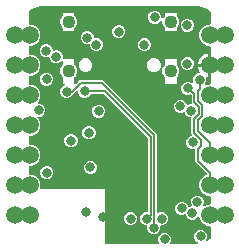
<source format=gbr>
G04 EAGLE Gerber RS-274X export*
G75*
%MOMM*%
%FSLAX34Y34*%
%LPD*%
%INCopper Layer 2*%
%IPPOS*%
%AMOC8*
5,1,8,0,0,1.08239X$1,22.5*%
G01*
%ADD10C,1.108000*%
%ADD11C,1.508000*%
%ADD12C,0.800100*%
%ADD13C,0.152400*%

G36*
X121556Y3056D02*
X121556Y3056D01*
X121602Y3054D01*
X121677Y3076D01*
X121753Y3089D01*
X121794Y3110D01*
X121838Y3123D01*
X121902Y3167D01*
X121971Y3204D01*
X122002Y3237D01*
X122040Y3263D01*
X122087Y3325D01*
X122140Y3382D01*
X122160Y3424D01*
X122187Y3460D01*
X122211Y3534D01*
X122244Y3605D01*
X122249Y3651D01*
X122263Y3694D01*
X122262Y3772D01*
X122271Y3849D01*
X122261Y3894D01*
X122261Y3940D01*
X122223Y4072D01*
X122219Y4090D01*
X122216Y4094D01*
X122214Y4101D01*
X121475Y5886D01*
X121475Y8084D01*
X122316Y10115D01*
X123870Y11669D01*
X125901Y12510D01*
X128099Y12510D01*
X130130Y11669D01*
X131684Y10115D01*
X132525Y8084D01*
X132525Y5886D01*
X131786Y4101D01*
X131775Y4057D01*
X131756Y4015D01*
X131748Y3938D01*
X131730Y3862D01*
X131734Y3816D01*
X131729Y3771D01*
X131746Y3694D01*
X131753Y3617D01*
X131772Y3575D01*
X131781Y3530D01*
X131821Y3463D01*
X131853Y3392D01*
X131884Y3358D01*
X131908Y3319D01*
X131967Y3269D01*
X132019Y3211D01*
X132060Y3189D01*
X132094Y3159D01*
X132167Y3130D01*
X132235Y3093D01*
X132280Y3084D01*
X132323Y3067D01*
X132459Y3052D01*
X132477Y3049D01*
X132482Y3050D01*
X132489Y3049D01*
X154850Y3049D01*
X154946Y3064D01*
X155043Y3074D01*
X155067Y3084D01*
X155093Y3089D01*
X155179Y3134D01*
X155268Y3174D01*
X155287Y3191D01*
X155310Y3204D01*
X155377Y3274D01*
X155449Y3340D01*
X155461Y3363D01*
X155479Y3382D01*
X155520Y3470D01*
X155567Y3556D01*
X155572Y3581D01*
X155583Y3605D01*
X155594Y3702D01*
X155611Y3798D01*
X155607Y3824D01*
X155610Y3849D01*
X155589Y3945D01*
X155575Y4041D01*
X155563Y4064D01*
X155558Y4090D01*
X155508Y4173D01*
X155464Y4260D01*
X155445Y4279D01*
X155432Y4301D01*
X155358Y4364D01*
X155288Y4432D01*
X155260Y4448D01*
X155245Y4461D01*
X155214Y4473D01*
X155141Y4513D01*
X154350Y4841D01*
X152796Y6395D01*
X151955Y8426D01*
X151955Y10624D01*
X152796Y12655D01*
X154350Y14209D01*
X156381Y15050D01*
X158579Y15050D01*
X160610Y14209D01*
X162164Y12655D01*
X163005Y10624D01*
X163005Y8426D01*
X162118Y6285D01*
X162110Y6248D01*
X162093Y6213D01*
X162082Y6129D01*
X162062Y6045D01*
X162066Y6007D01*
X162061Y5970D01*
X162077Y5886D01*
X162085Y5800D01*
X162101Y5765D01*
X162108Y5728D01*
X162150Y5654D01*
X162185Y5576D01*
X162211Y5548D01*
X162230Y5515D01*
X162294Y5458D01*
X162352Y5394D01*
X162385Y5376D01*
X162413Y5351D01*
X162492Y5317D01*
X162567Y5276D01*
X162605Y5269D01*
X162639Y5254D01*
X162725Y5247D01*
X162809Y5232D01*
X162847Y5238D01*
X162885Y5235D01*
X162968Y5255D01*
X163053Y5268D01*
X163086Y5285D01*
X163123Y5294D01*
X163269Y5377D01*
X165547Y7033D01*
X165567Y7053D01*
X165591Y7067D01*
X165653Y7140D01*
X165720Y7208D01*
X165733Y7233D01*
X165751Y7254D01*
X165787Y7343D01*
X165829Y7429D01*
X165832Y7456D01*
X165843Y7482D01*
X165861Y7649D01*
X165861Y17479D01*
X165858Y17499D01*
X165860Y17518D01*
X165838Y17619D01*
X165822Y17722D01*
X165812Y17739D01*
X165808Y17759D01*
X165755Y17848D01*
X165706Y17939D01*
X165692Y17953D01*
X165682Y17970D01*
X165603Y18037D01*
X165528Y18109D01*
X165510Y18117D01*
X165495Y18130D01*
X165399Y18169D01*
X165305Y18212D01*
X165285Y18214D01*
X165267Y18222D01*
X165100Y18240D01*
X163297Y18240D01*
X159965Y19620D01*
X157415Y22170D01*
X156051Y25464D01*
X156027Y25503D01*
X156011Y25546D01*
X155963Y25606D01*
X155921Y25673D01*
X155886Y25702D01*
X155857Y25738D01*
X155792Y25780D01*
X155732Y25830D01*
X155689Y25846D01*
X155651Y25871D01*
X155575Y25890D01*
X155502Y25918D01*
X155457Y25920D01*
X155412Y25931D01*
X155334Y25925D01*
X155257Y25928D01*
X155212Y25915D01*
X155167Y25912D01*
X155095Y25881D01*
X155020Y25860D01*
X154983Y25833D01*
X154940Y25815D01*
X154834Y25730D01*
X154818Y25719D01*
X154815Y25715D01*
X154810Y25711D01*
X153557Y24458D01*
X151526Y23617D01*
X149328Y23617D01*
X147297Y24458D01*
X145743Y26012D01*
X144990Y27829D01*
X144980Y27846D01*
X144974Y27866D01*
X144915Y27951D01*
X144861Y28038D01*
X144845Y28051D01*
X144834Y28068D01*
X144751Y28129D01*
X144671Y28195D01*
X144653Y28202D01*
X144637Y28214D01*
X144538Y28246D01*
X144442Y28283D01*
X144422Y28284D01*
X144403Y28291D01*
X144299Y28290D01*
X144196Y28294D01*
X144177Y28288D01*
X144157Y28288D01*
X143996Y28241D01*
X142844Y27764D01*
X140646Y27764D01*
X138615Y28605D01*
X137061Y30160D01*
X136219Y32190D01*
X136219Y34389D01*
X137061Y36419D01*
X138615Y37974D01*
X140646Y38815D01*
X142844Y38815D01*
X144875Y37974D01*
X146429Y36419D01*
X147181Y34602D01*
X147192Y34585D01*
X147198Y34566D01*
X147257Y34481D01*
X147311Y34393D01*
X147326Y34380D01*
X147338Y34364D01*
X147421Y34302D01*
X147501Y34236D01*
X147519Y34229D01*
X147535Y34217D01*
X147634Y34185D01*
X147730Y34148D01*
X147750Y34147D01*
X147769Y34141D01*
X147873Y34142D01*
X147976Y34138D01*
X147995Y34143D01*
X148015Y34143D01*
X148176Y34190D01*
X149365Y34682D01*
X149382Y34693D01*
X149401Y34699D01*
X149486Y34758D01*
X149574Y34812D01*
X149587Y34827D01*
X149603Y34839D01*
X149665Y34922D01*
X149731Y35002D01*
X149738Y35020D01*
X149750Y35036D01*
X149782Y35135D01*
X149819Y35231D01*
X149820Y35251D01*
X149826Y35270D01*
X149825Y35374D01*
X149829Y35477D01*
X149824Y35496D01*
X149824Y35516D01*
X149777Y35677D01*
X149097Y37318D01*
X149097Y39516D01*
X149938Y41547D01*
X151492Y43101D01*
X153523Y43942D01*
X155721Y43942D01*
X157752Y43101D01*
X159306Y41547D01*
X160147Y39516D01*
X160147Y37318D01*
X159724Y36297D01*
X159708Y36227D01*
X159682Y36160D01*
X159680Y36108D01*
X159668Y36057D01*
X159675Y35986D01*
X159672Y35914D01*
X159686Y35864D01*
X159691Y35812D01*
X159720Y35747D01*
X159740Y35678D01*
X159770Y35635D01*
X159791Y35587D01*
X159840Y35535D01*
X159881Y35476D01*
X159922Y35445D01*
X159958Y35406D01*
X160020Y35372D01*
X160078Y35329D01*
X160127Y35313D01*
X160173Y35288D01*
X160244Y35275D01*
X160312Y35253D01*
X160364Y35253D01*
X160415Y35244D01*
X160486Y35254D01*
X160558Y35255D01*
X160627Y35275D01*
X160659Y35280D01*
X160679Y35290D01*
X160719Y35302D01*
X163297Y36370D01*
X165100Y36370D01*
X165120Y36373D01*
X165139Y36371D01*
X165241Y36393D01*
X165343Y36409D01*
X165360Y36419D01*
X165380Y36423D01*
X165469Y36476D01*
X165560Y36525D01*
X165574Y36539D01*
X165591Y36549D01*
X165658Y36628D01*
X165730Y36703D01*
X165738Y36721D01*
X165751Y36736D01*
X165790Y36832D01*
X165833Y36926D01*
X165835Y36946D01*
X165843Y36964D01*
X165861Y37131D01*
X165861Y42879D01*
X165858Y42899D01*
X165860Y42918D01*
X165838Y43020D01*
X165822Y43122D01*
X165812Y43139D01*
X165808Y43159D01*
X165755Y43248D01*
X165706Y43339D01*
X165692Y43353D01*
X165682Y43370D01*
X165603Y43437D01*
X165528Y43509D01*
X165510Y43517D01*
X165495Y43530D01*
X165399Y43569D01*
X165305Y43612D01*
X165285Y43614D01*
X165267Y43622D01*
X165100Y43640D01*
X163297Y43640D01*
X159965Y45020D01*
X157415Y47570D01*
X156035Y50902D01*
X156035Y54508D01*
X157415Y57840D01*
X159965Y60390D01*
X162343Y61375D01*
X162443Y61437D01*
X162543Y61496D01*
X162547Y61501D01*
X162552Y61504D01*
X162627Y61595D01*
X162703Y61683D01*
X162705Y61689D01*
X162709Y61694D01*
X162751Y61802D01*
X162795Y61911D01*
X162796Y61919D01*
X162797Y61923D01*
X162798Y61942D01*
X162813Y62078D01*
X162813Y62237D01*
X162799Y62328D01*
X162791Y62418D01*
X162779Y62448D01*
X162774Y62480D01*
X162731Y62561D01*
X162695Y62645D01*
X162669Y62677D01*
X162658Y62698D01*
X162635Y62720D01*
X162590Y62776D01*
X152987Y72379D01*
X152987Y83014D01*
X152980Y83059D01*
X152982Y83105D01*
X152960Y83180D01*
X152948Y83257D01*
X152926Y83297D01*
X152913Y83341D01*
X152869Y83405D01*
X152832Y83474D01*
X152799Y83506D01*
X152773Y83543D01*
X152711Y83590D01*
X152654Y83643D01*
X152612Y83663D01*
X152576Y83690D01*
X152502Y83714D01*
X152431Y83747D01*
X152385Y83752D01*
X152342Y83766D01*
X152264Y83766D01*
X152187Y83774D01*
X152142Y83764D01*
X152096Y83764D01*
X151964Y83726D01*
X151946Y83722D01*
X151942Y83719D01*
X151935Y83717D01*
X151721Y83629D01*
X149523Y83629D01*
X147492Y84470D01*
X145938Y86024D01*
X145097Y88055D01*
X145097Y90253D01*
X145938Y92284D01*
X147492Y93838D01*
X149520Y94678D01*
X149559Y94702D01*
X149602Y94718D01*
X149663Y94766D01*
X149729Y94807D01*
X149758Y94843D01*
X149794Y94872D01*
X149836Y94937D01*
X149886Y94997D01*
X149902Y95040D01*
X149927Y95078D01*
X149946Y95154D01*
X149974Y95227D01*
X149976Y95272D01*
X149987Y95317D01*
X149981Y95395D01*
X149984Y95472D01*
X149971Y95516D01*
X149968Y95562D01*
X149937Y95634D01*
X149916Y95709D01*
X149889Y95746D01*
X149871Y95789D01*
X149786Y95895D01*
X149775Y95911D01*
X149771Y95914D01*
X149767Y95919D01*
X149605Y96081D01*
X149605Y109538D01*
X149602Y109557D01*
X149604Y109577D01*
X149582Y109678D01*
X149566Y109780D01*
X149556Y109798D01*
X149552Y109817D01*
X149499Y109906D01*
X149450Y109998D01*
X149436Y110011D01*
X149426Y110028D01*
X149347Y110096D01*
X149272Y110167D01*
X149254Y110175D01*
X149239Y110188D01*
X149143Y110227D01*
X149049Y110271D01*
X149029Y110273D01*
X149011Y110280D01*
X148844Y110299D01*
X148253Y110299D01*
X146222Y111140D01*
X144668Y112694D01*
X143967Y114387D01*
X143956Y114404D01*
X143951Y114423D01*
X143892Y114507D01*
X143837Y114596D01*
X143822Y114608D01*
X143811Y114625D01*
X143728Y114686D01*
X143648Y114752D01*
X143629Y114760D01*
X143613Y114771D01*
X143515Y114804D01*
X143418Y114841D01*
X143398Y114841D01*
X143379Y114848D01*
X143276Y114847D01*
X143172Y114851D01*
X143153Y114845D01*
X143133Y114845D01*
X142972Y114799D01*
X141307Y114109D01*
X139109Y114109D01*
X137078Y114950D01*
X135524Y116504D01*
X134683Y118535D01*
X134683Y120733D01*
X135524Y122764D01*
X137078Y124318D01*
X139109Y125159D01*
X141307Y125159D01*
X143338Y124318D01*
X144892Y122764D01*
X145593Y121071D01*
X145604Y121054D01*
X145609Y121035D01*
X145668Y120951D01*
X145723Y120862D01*
X145738Y120850D01*
X145749Y120833D01*
X145832Y120772D01*
X145912Y120706D01*
X145931Y120698D01*
X145947Y120687D01*
X146045Y120654D01*
X146142Y120617D01*
X146162Y120617D01*
X146181Y120610D01*
X146284Y120611D01*
X146388Y120607D01*
X146407Y120613D01*
X146427Y120613D01*
X146588Y120659D01*
X148253Y121349D01*
X149178Y121349D01*
X149198Y121352D01*
X149217Y121350D01*
X149319Y121372D01*
X149421Y121389D01*
X149438Y121398D01*
X149458Y121403D01*
X149547Y121456D01*
X149638Y121504D01*
X149652Y121518D01*
X149669Y121529D01*
X149736Y121607D01*
X149808Y121682D01*
X149816Y121700D01*
X149829Y121716D01*
X149868Y121812D01*
X149911Y121905D01*
X149913Y121925D01*
X149921Y121944D01*
X149939Y122110D01*
X149939Y128959D01*
X149925Y129050D01*
X149917Y129140D01*
X149905Y129170D01*
X149900Y129202D01*
X149857Y129283D01*
X149821Y129367D01*
X149795Y129399D01*
X149784Y129420D01*
X149761Y129442D01*
X149716Y129498D01*
X149653Y129561D01*
X149558Y129630D01*
X149464Y129699D01*
X149458Y129701D01*
X149453Y129705D01*
X149342Y129739D01*
X149230Y129776D01*
X149224Y129776D01*
X149218Y129777D01*
X149101Y129774D01*
X148984Y129773D01*
X148977Y129771D01*
X148972Y129771D01*
X148954Y129765D01*
X148823Y129727D01*
X147911Y129349D01*
X145713Y129349D01*
X143682Y130190D01*
X142128Y131744D01*
X141287Y133775D01*
X141287Y135973D01*
X142128Y138004D01*
X143682Y139558D01*
X145713Y140399D01*
X147911Y140399D01*
X149942Y139558D01*
X150009Y139491D01*
X150088Y139435D01*
X150163Y139372D01*
X150187Y139363D01*
X150208Y139348D01*
X150301Y139319D01*
X150392Y139284D01*
X150418Y139283D01*
X150443Y139275D01*
X150541Y139278D01*
X150638Y139274D01*
X150663Y139281D01*
X150689Y139282D01*
X150781Y139315D01*
X150874Y139342D01*
X150896Y139357D01*
X150920Y139366D01*
X150996Y139427D01*
X151076Y139483D01*
X151092Y139504D01*
X151112Y139520D01*
X151165Y139602D01*
X151223Y139680D01*
X151231Y139705D01*
X151245Y139727D01*
X151269Y139821D01*
X151299Y139914D01*
X151299Y139940D01*
X151305Y139965D01*
X151298Y140062D01*
X151297Y140160D01*
X151288Y140191D01*
X151286Y140211D01*
X151273Y140241D01*
X151250Y140321D01*
X151070Y140756D01*
X151070Y142954D01*
X151911Y144985D01*
X153465Y146539D01*
X155496Y147380D01*
X156177Y147380D01*
X156189Y147382D01*
X156201Y147380D01*
X156310Y147402D01*
X156420Y147420D01*
X156430Y147425D01*
X156442Y147428D01*
X156539Y147483D01*
X156637Y147535D01*
X156645Y147543D01*
X156656Y147549D01*
X156730Y147633D01*
X156806Y147713D01*
X156811Y147724D01*
X156819Y147733D01*
X156863Y147835D01*
X156910Y147936D01*
X156911Y147948D01*
X156916Y147959D01*
X156925Y148070D01*
X156937Y148181D01*
X156935Y148192D01*
X156935Y148204D01*
X156908Y148312D01*
X156885Y148421D01*
X156879Y148431D01*
X156876Y148443D01*
X156793Y148589D01*
X156478Y149022D01*
X155758Y150435D01*
X155267Y151944D01*
X155135Y152782D01*
X163577Y152782D01*
X163577Y144340D01*
X162746Y144471D01*
X162641Y144471D01*
X162536Y144475D01*
X162519Y144470D01*
X162500Y144470D01*
X162401Y144436D01*
X162300Y144407D01*
X162285Y144396D01*
X162268Y144390D01*
X162184Y144326D01*
X162098Y144266D01*
X162087Y144252D01*
X162072Y144241D01*
X162014Y144153D01*
X161951Y144069D01*
X161945Y144052D01*
X161935Y144037D01*
X161907Y143935D01*
X161875Y143835D01*
X161875Y143817D01*
X161870Y143799D01*
X161876Y143694D01*
X161877Y143589D01*
X161883Y143568D01*
X161884Y143554D01*
X161896Y143525D01*
X161924Y143428D01*
X162120Y142954D01*
X162120Y140756D01*
X161279Y138725D01*
X161269Y138715D01*
X161213Y138636D01*
X161151Y138561D01*
X161141Y138537D01*
X161126Y138515D01*
X161097Y138422D01*
X161062Y138331D01*
X161061Y138305D01*
X161054Y138280D01*
X161056Y138183D01*
X161052Y138086D01*
X161059Y138061D01*
X161060Y138034D01*
X161093Y137943D01*
X161120Y137849D01*
X161135Y137828D01*
X161144Y137803D01*
X161205Y137727D01*
X161261Y137647D01*
X161282Y137632D01*
X161298Y137611D01*
X161380Y137559D01*
X161458Y137501D01*
X161483Y137493D01*
X161505Y137478D01*
X161599Y137455D01*
X161692Y137424D01*
X161718Y137425D01*
X161743Y137418D01*
X161840Y137426D01*
X161938Y137427D01*
X161969Y137436D01*
X161989Y137437D01*
X162019Y137450D01*
X162099Y137474D01*
X163297Y137970D01*
X165100Y137970D01*
X165120Y137973D01*
X165139Y137971D01*
X165241Y137993D01*
X165343Y138009D01*
X165360Y138019D01*
X165380Y138023D01*
X165469Y138076D01*
X165560Y138125D01*
X165574Y138139D01*
X165591Y138149D01*
X165658Y138228D01*
X165730Y138303D01*
X165738Y138321D01*
X165751Y138336D01*
X165790Y138432D01*
X165833Y138526D01*
X165835Y138546D01*
X165843Y138564D01*
X165861Y138731D01*
X165861Y153543D01*
X165858Y153563D01*
X165860Y153582D01*
X165838Y153684D01*
X165822Y153786D01*
X165812Y153803D01*
X165808Y153823D01*
X165755Y153912D01*
X165706Y154003D01*
X165692Y154017D01*
X165682Y154034D01*
X165603Y154101D01*
X165528Y154172D01*
X165510Y154181D01*
X165495Y154194D01*
X165399Y154232D01*
X165305Y154276D01*
X165285Y154278D01*
X165267Y154286D01*
X165100Y154304D01*
X165099Y154304D01*
X165099Y154306D01*
X165100Y154306D01*
X165120Y154309D01*
X165139Y154307D01*
X165241Y154329D01*
X165343Y154346D01*
X165360Y154355D01*
X165380Y154359D01*
X165469Y154412D01*
X165560Y154461D01*
X165574Y154475D01*
X165591Y154485D01*
X165658Y154564D01*
X165730Y154639D01*
X165738Y154657D01*
X165751Y154672D01*
X165790Y154768D01*
X165833Y154862D01*
X165835Y154882D01*
X165843Y154900D01*
X165861Y155067D01*
X165861Y169879D01*
X165858Y169899D01*
X165860Y169918D01*
X165838Y170020D01*
X165822Y170122D01*
X165812Y170139D01*
X165808Y170159D01*
X165755Y170248D01*
X165706Y170339D01*
X165692Y170353D01*
X165682Y170370D01*
X165603Y170437D01*
X165528Y170509D01*
X165510Y170517D01*
X165495Y170530D01*
X165399Y170569D01*
X165305Y170612D01*
X165285Y170614D01*
X165267Y170622D01*
X165100Y170640D01*
X163297Y170640D01*
X159965Y172020D01*
X157415Y174570D01*
X156035Y177902D01*
X156035Y181508D01*
X157415Y184840D01*
X159965Y187390D01*
X163297Y188770D01*
X165100Y188770D01*
X165120Y188773D01*
X165139Y188771D01*
X165241Y188793D01*
X165343Y188809D01*
X165360Y188819D01*
X165380Y188823D01*
X165469Y188876D01*
X165560Y188925D01*
X165574Y188939D01*
X165591Y188949D01*
X165658Y189028D01*
X165730Y189103D01*
X165738Y189121D01*
X165751Y189136D01*
X165790Y189232D01*
X165833Y189326D01*
X165835Y189346D01*
X165843Y189364D01*
X165861Y189531D01*
X165861Y199361D01*
X165857Y199389D01*
X165859Y199416D01*
X165837Y199510D01*
X165822Y199604D01*
X165809Y199629D01*
X165802Y199656D01*
X165751Y199737D01*
X165706Y199821D01*
X165686Y199841D01*
X165671Y199864D01*
X165547Y199977D01*
X162880Y201915D01*
X162848Y201931D01*
X162820Y201954D01*
X162668Y202023D01*
X156092Y204160D01*
X156087Y204161D01*
X156081Y204163D01*
X155917Y204195D01*
X152460Y204467D01*
X152438Y204465D01*
X152400Y204469D01*
X25400Y204469D01*
X25378Y204466D01*
X25340Y204467D01*
X21883Y204195D01*
X21878Y204193D01*
X21872Y204194D01*
X21708Y204160D01*
X15132Y202023D01*
X15101Y202007D01*
X15066Y201998D01*
X14920Y201915D01*
X12253Y199977D01*
X12233Y199957D01*
X12209Y199943D01*
X12147Y199870D01*
X12080Y199802D01*
X12067Y199777D01*
X12049Y199756D01*
X12013Y199667D01*
X11971Y199581D01*
X11968Y199554D01*
X11957Y199528D01*
X11939Y199361D01*
X11939Y189531D01*
X11940Y189521D01*
X11940Y189516D01*
X11942Y189507D01*
X11940Y189492D01*
X11962Y189390D01*
X11979Y189288D01*
X11988Y189271D01*
X11992Y189251D01*
X12045Y189162D01*
X12094Y189071D01*
X12108Y189057D01*
X12118Y189040D01*
X12197Y188973D01*
X12272Y188901D01*
X12290Y188893D01*
X12305Y188880D01*
X12401Y188841D01*
X12495Y188798D01*
X12515Y188796D01*
X12533Y188788D01*
X12700Y188770D01*
X14503Y188770D01*
X17835Y187390D01*
X20385Y184840D01*
X21765Y181508D01*
X21765Y177902D01*
X20385Y174570D01*
X17835Y172020D01*
X14503Y170640D01*
X12700Y170640D01*
X12680Y170637D01*
X12661Y170639D01*
X12559Y170617D01*
X12457Y170601D01*
X12440Y170591D01*
X12420Y170587D01*
X12331Y170534D01*
X12240Y170485D01*
X12226Y170471D01*
X12209Y170461D01*
X12142Y170382D01*
X12071Y170307D01*
X12062Y170289D01*
X12049Y170274D01*
X12010Y170178D01*
X11967Y170084D01*
X11965Y170064D01*
X11957Y170046D01*
X11939Y169879D01*
X11939Y164131D01*
X11942Y164111D01*
X11940Y164092D01*
X11962Y163990D01*
X11979Y163888D01*
X11988Y163871D01*
X11992Y163851D01*
X12045Y163762D01*
X12094Y163671D01*
X12108Y163657D01*
X12118Y163640D01*
X12197Y163573D01*
X12272Y163501D01*
X12290Y163493D01*
X12305Y163480D01*
X12401Y163441D01*
X12495Y163398D01*
X12515Y163396D01*
X12533Y163388D01*
X12700Y163370D01*
X14503Y163370D01*
X17835Y161990D01*
X20385Y159440D01*
X21765Y156108D01*
X21765Y152502D01*
X20385Y149170D01*
X17835Y146620D01*
X14503Y145240D01*
X12700Y145240D01*
X12680Y145237D01*
X12661Y145239D01*
X12559Y145217D01*
X12457Y145201D01*
X12440Y145191D01*
X12420Y145187D01*
X12331Y145134D01*
X12240Y145085D01*
X12226Y145071D01*
X12209Y145061D01*
X12142Y144982D01*
X12071Y144907D01*
X12062Y144889D01*
X12049Y144874D01*
X12010Y144778D01*
X11967Y144684D01*
X11965Y144664D01*
X11957Y144646D01*
X11939Y144479D01*
X11939Y138731D01*
X11942Y138711D01*
X11940Y138692D01*
X11962Y138590D01*
X11979Y138488D01*
X11988Y138471D01*
X11992Y138451D01*
X12045Y138362D01*
X12094Y138271D01*
X12108Y138257D01*
X12118Y138240D01*
X12197Y138173D01*
X12272Y138101D01*
X12290Y138093D01*
X12305Y138080D01*
X12401Y138041D01*
X12495Y137998D01*
X12515Y137996D01*
X12533Y137988D01*
X12700Y137970D01*
X14503Y137970D01*
X17835Y136590D01*
X20385Y134040D01*
X21765Y130708D01*
X21765Y127102D01*
X20385Y123770D01*
X19771Y123157D01*
X19729Y123099D01*
X19680Y123047D01*
X19658Y122999D01*
X19628Y122957D01*
X19607Y122889D01*
X19576Y122823D01*
X19571Y122772D01*
X19555Y122722D01*
X19557Y122650D01*
X19549Y122579D01*
X19560Y122528D01*
X19562Y122476D01*
X19586Y122409D01*
X19602Y122339D01*
X19628Y122294D01*
X19646Y122245D01*
X19691Y122189D01*
X19728Y122128D01*
X19767Y122094D01*
X19800Y122053D01*
X19860Y122014D01*
X19915Y121968D01*
X19963Y121948D01*
X20007Y121920D01*
X20076Y121903D01*
X20143Y121876D01*
X20214Y121868D01*
X20245Y121860D01*
X20269Y121862D01*
X20310Y121857D01*
X21610Y121857D01*
X23640Y121016D01*
X25195Y119462D01*
X26036Y117431D01*
X26036Y115233D01*
X25195Y113202D01*
X23640Y111648D01*
X21610Y110807D01*
X20056Y110807D01*
X19985Y110795D01*
X19913Y110793D01*
X19864Y110775D01*
X19813Y110767D01*
X19749Y110733D01*
X19682Y110709D01*
X19641Y110676D01*
X19595Y110652D01*
X19546Y110600D01*
X19490Y110555D01*
X19462Y110511D01*
X19426Y110474D01*
X19396Y110409D01*
X19357Y110348D01*
X19344Y110298D01*
X19322Y110251D01*
X19314Y110179D01*
X19297Y110110D01*
X19301Y110058D01*
X19295Y110006D01*
X19311Y109936D01*
X19316Y109865D01*
X19336Y109817D01*
X19348Y109766D01*
X19384Y109704D01*
X19412Y109638D01*
X19457Y109582D01*
X19474Y109555D01*
X19492Y109539D01*
X19517Y109507D01*
X20385Y108640D01*
X21765Y105308D01*
X21765Y101702D01*
X20385Y98370D01*
X17835Y95820D01*
X14503Y94440D01*
X12700Y94440D01*
X12680Y94437D01*
X12661Y94439D01*
X12559Y94417D01*
X12457Y94401D01*
X12440Y94391D01*
X12420Y94387D01*
X12331Y94334D01*
X12240Y94285D01*
X12226Y94271D01*
X12209Y94261D01*
X12142Y94182D01*
X12071Y94107D01*
X12062Y94089D01*
X12049Y94074D01*
X12010Y93978D01*
X11967Y93884D01*
X11965Y93864D01*
X11957Y93846D01*
X11939Y93679D01*
X11939Y87931D01*
X11942Y87911D01*
X11940Y87892D01*
X11962Y87790D01*
X11979Y87688D01*
X11988Y87671D01*
X11992Y87651D01*
X12045Y87562D01*
X12094Y87471D01*
X12108Y87457D01*
X12118Y87440D01*
X12197Y87373D01*
X12272Y87301D01*
X12290Y87293D01*
X12305Y87280D01*
X12401Y87241D01*
X12495Y87198D01*
X12515Y87196D01*
X12533Y87188D01*
X12700Y87170D01*
X14503Y87170D01*
X17835Y85790D01*
X20385Y83240D01*
X21765Y79908D01*
X21765Y76302D01*
X20385Y72970D01*
X17835Y70420D01*
X14503Y69040D01*
X12700Y69040D01*
X12680Y69037D01*
X12661Y69039D01*
X12559Y69017D01*
X12457Y69001D01*
X12440Y68991D01*
X12420Y68987D01*
X12331Y68934D01*
X12240Y68885D01*
X12226Y68871D01*
X12209Y68861D01*
X12142Y68782D01*
X12071Y68707D01*
X12062Y68689D01*
X12049Y68674D01*
X12010Y68578D01*
X11967Y68484D01*
X11965Y68464D01*
X11957Y68446D01*
X11939Y68279D01*
X11939Y62531D01*
X11942Y62511D01*
X11940Y62492D01*
X11962Y62390D01*
X11979Y62288D01*
X11988Y62271D01*
X11992Y62251D01*
X12045Y62162D01*
X12094Y62071D01*
X12108Y62057D01*
X12118Y62040D01*
X12197Y61973D01*
X12272Y61901D01*
X12290Y61893D01*
X12305Y61880D01*
X12401Y61841D01*
X12495Y61798D01*
X12515Y61796D01*
X12533Y61788D01*
X12700Y61770D01*
X14503Y61770D01*
X17835Y60390D01*
X20385Y57840D01*
X21765Y54508D01*
X21765Y50902D01*
X21580Y50456D01*
X21570Y50412D01*
X21550Y50370D01*
X21542Y50293D01*
X21524Y50217D01*
X21528Y50171D01*
X21523Y50126D01*
X21540Y50049D01*
X21547Y49972D01*
X21566Y49930D01*
X21575Y49885D01*
X21616Y49818D01*
X21647Y49747D01*
X21678Y49713D01*
X21702Y49674D01*
X21761Y49623D01*
X21813Y49566D01*
X21854Y49544D01*
X21889Y49514D01*
X21961Y49485D01*
X22029Y49448D01*
X22074Y49439D01*
X22117Y49422D01*
X22253Y49407D01*
X22271Y49404D01*
X22276Y49405D01*
X22283Y49404D01*
X76709Y49404D01*
X76709Y3810D01*
X76712Y3790D01*
X76710Y3771D01*
X76732Y3669D01*
X76749Y3567D01*
X76758Y3550D01*
X76762Y3530D01*
X76815Y3441D01*
X76864Y3350D01*
X76878Y3336D01*
X76888Y3319D01*
X76967Y3252D01*
X77042Y3181D01*
X77060Y3172D01*
X77075Y3159D01*
X77171Y3120D01*
X77265Y3077D01*
X77285Y3075D01*
X77303Y3067D01*
X77470Y3049D01*
X121511Y3049D01*
X121556Y3056D01*
G37*
%LPC*%
G36*
X116770Y11381D02*
X116770Y11381D01*
X114739Y12222D01*
X113185Y13777D01*
X112343Y15807D01*
X112343Y18058D01*
X112340Y18078D01*
X112342Y18097D01*
X112320Y18199D01*
X112304Y18301D01*
X112294Y18318D01*
X112290Y18338D01*
X112237Y18427D01*
X112189Y18518D01*
X112174Y18532D01*
X112164Y18549D01*
X112085Y18616D01*
X112010Y18687D01*
X111992Y18696D01*
X111977Y18709D01*
X111881Y18748D01*
X111787Y18791D01*
X111767Y18793D01*
X111749Y18801D01*
X111582Y18819D01*
X110610Y18819D01*
X108579Y19660D01*
X107025Y21215D01*
X106184Y23245D01*
X106184Y25443D01*
X107025Y27474D01*
X108579Y29028D01*
X110610Y29870D01*
X112027Y29870D01*
X112046Y29873D01*
X112066Y29871D01*
X112167Y29893D01*
X112269Y29909D01*
X112287Y29919D01*
X112307Y29923D01*
X112396Y29976D01*
X112487Y30024D01*
X112501Y30039D01*
X112518Y30049D01*
X112585Y30128D01*
X112656Y30203D01*
X112665Y30221D01*
X112678Y30236D01*
X112716Y30332D01*
X112760Y30426D01*
X112762Y30446D01*
X112769Y30464D01*
X112788Y30631D01*
X112788Y92578D01*
X112773Y92668D01*
X112766Y92759D01*
X112753Y92789D01*
X112748Y92821D01*
X112705Y92901D01*
X112670Y92985D01*
X112644Y93017D01*
X112633Y93038D01*
X112610Y93060D01*
X112565Y93116D01*
X75865Y129816D01*
X75791Y129869D01*
X75721Y129929D01*
X75691Y129941D01*
X75665Y129960D01*
X75578Y129987D01*
X75493Y130021D01*
X75452Y130025D01*
X75430Y130032D01*
X75398Y130031D01*
X75326Y130039D01*
X64962Y130039D01*
X64848Y130020D01*
X64731Y130003D01*
X64726Y130001D01*
X64720Y130000D01*
X64617Y129945D01*
X64512Y129892D01*
X64508Y129887D01*
X64502Y129884D01*
X64422Y129800D01*
X64340Y129716D01*
X64336Y129710D01*
X64333Y129706D01*
X64325Y129689D01*
X64259Y129569D01*
X64105Y129196D01*
X62550Y127642D01*
X60520Y126801D01*
X58321Y126801D01*
X56291Y127642D01*
X54736Y129196D01*
X53895Y131227D01*
X53895Y132144D01*
X53884Y132214D01*
X53882Y132286D01*
X53864Y132335D01*
X53856Y132386D01*
X53822Y132450D01*
X53797Y132517D01*
X53765Y132558D01*
X53740Y132604D01*
X53688Y132653D01*
X53644Y132709D01*
X53600Y132737D01*
X53562Y132773D01*
X53497Y132803D01*
X53437Y132842D01*
X53386Y132855D01*
X53339Y132877D01*
X53268Y132885D01*
X53198Y132902D01*
X53146Y132898D01*
X53095Y132904D01*
X53024Y132889D01*
X52953Y132883D01*
X52905Y132863D01*
X52854Y132852D01*
X52793Y132815D01*
X52727Y132787D01*
X52671Y132742D01*
X52643Y132725D01*
X52628Y132708D01*
X52596Y132682D01*
X51285Y131371D01*
X49723Y129809D01*
X49722Y129809D01*
X49608Y129790D01*
X49491Y129773D01*
X49486Y129770D01*
X49480Y129769D01*
X49377Y129715D01*
X49272Y129661D01*
X49268Y129657D01*
X49262Y129654D01*
X49182Y129570D01*
X49100Y129486D01*
X49096Y129479D01*
X49093Y129476D01*
X49085Y129459D01*
X49019Y129339D01*
X48865Y128966D01*
X47310Y127411D01*
X45280Y126570D01*
X43081Y126570D01*
X41051Y127411D01*
X39496Y128966D01*
X38655Y130996D01*
X38655Y133195D01*
X39496Y135225D01*
X41051Y136780D01*
X42410Y137343D01*
X42493Y137394D01*
X42579Y137440D01*
X42597Y137458D01*
X42619Y137472D01*
X42682Y137548D01*
X42748Y137618D01*
X42759Y137642D01*
X42776Y137662D01*
X42811Y137753D01*
X42852Y137841D01*
X42855Y137867D01*
X42864Y137891D01*
X42868Y137989D01*
X42879Y138085D01*
X42874Y138111D01*
X42875Y138137D01*
X42848Y138231D01*
X42827Y138326D01*
X42814Y138348D01*
X42806Y138373D01*
X42751Y138453D01*
X42701Y138537D01*
X42681Y138554D01*
X42666Y138575D01*
X42588Y138634D01*
X42514Y138697D01*
X42490Y138707D01*
X42469Y138722D01*
X42376Y138752D01*
X42286Y138789D01*
X42253Y138792D01*
X42235Y138798D01*
X42202Y138798D01*
X42119Y138807D01*
X41084Y138807D01*
X40637Y139254D01*
X40637Y144126D01*
X40623Y144216D01*
X40615Y144307D01*
X40603Y144337D01*
X40598Y144369D01*
X40555Y144450D01*
X40519Y144534D01*
X40493Y144566D01*
X40482Y144587D01*
X40459Y144609D01*
X40414Y144665D01*
X39711Y145368D01*
X38635Y147965D01*
X38635Y150775D01*
X39711Y153372D01*
X40414Y154075D01*
X40467Y154149D01*
X40527Y154219D01*
X40539Y154249D01*
X40558Y154275D01*
X40585Y154362D01*
X40619Y154447D01*
X40623Y154488D01*
X40630Y154510D01*
X40629Y154542D01*
X40637Y154614D01*
X40637Y157351D01*
X40626Y157421D01*
X40624Y157493D01*
X40606Y157542D01*
X40598Y157593D01*
X40564Y157657D01*
X40539Y157724D01*
X40507Y157765D01*
X40482Y157811D01*
X40430Y157860D01*
X40386Y157916D01*
X40342Y157944D01*
X40304Y157980D01*
X40239Y158010D01*
X40179Y158049D01*
X40128Y158062D01*
X40081Y158084D01*
X40010Y158092D01*
X39940Y158109D01*
X39888Y158105D01*
X39837Y158111D01*
X39766Y158096D01*
X39695Y158090D01*
X39647Y158070D01*
X39596Y158059D01*
X39535Y158022D01*
X39469Y157994D01*
X39413Y157949D01*
X39385Y157932D01*
X39370Y157915D01*
X39338Y157889D01*
X38234Y156785D01*
X36203Y155944D01*
X34005Y155944D01*
X31974Y156785D01*
X30420Y158339D01*
X29579Y160370D01*
X29579Y160582D01*
X29571Y160627D01*
X29573Y160673D01*
X29551Y160748D01*
X29539Y160825D01*
X29517Y160865D01*
X29505Y160909D01*
X29460Y160973D01*
X29424Y161042D01*
X29390Y161074D01*
X29364Y161111D01*
X29302Y161158D01*
X29245Y161212D01*
X29204Y161231D01*
X29167Y161258D01*
X29093Y161282D01*
X29022Y161315D01*
X28977Y161320D01*
X28933Y161334D01*
X28855Y161334D01*
X28778Y161342D01*
X28733Y161332D01*
X28687Y161332D01*
X28556Y161294D01*
X28538Y161290D01*
X28533Y161287D01*
X28526Y161285D01*
X27769Y160972D01*
X25571Y160972D01*
X23540Y161813D01*
X21986Y163367D01*
X21145Y165398D01*
X21145Y167596D01*
X21986Y169627D01*
X23540Y171181D01*
X25571Y172022D01*
X27769Y172022D01*
X29800Y171181D01*
X31354Y169627D01*
X32195Y167596D01*
X32195Y167384D01*
X32203Y167339D01*
X32201Y167293D01*
X32222Y167218D01*
X32235Y167141D01*
X32256Y167101D01*
X32269Y167056D01*
X32314Y166992D01*
X32350Y166924D01*
X32383Y166892D01*
X32410Y166854D01*
X32472Y166808D01*
X32528Y166754D01*
X32570Y166735D01*
X32607Y166708D01*
X32681Y166683D01*
X32751Y166651D01*
X32797Y166646D01*
X32841Y166631D01*
X32919Y166632D01*
X32996Y166624D01*
X33041Y166633D01*
X33087Y166634D01*
X33218Y166672D01*
X33236Y166676D01*
X33241Y166678D01*
X33248Y166680D01*
X34005Y166994D01*
X36203Y166994D01*
X38234Y166153D01*
X39788Y164599D01*
X40629Y162568D01*
X40629Y160594D01*
X40632Y160574D01*
X40630Y160555D01*
X40652Y160453D01*
X40669Y160351D01*
X40678Y160334D01*
X40682Y160314D01*
X40736Y160225D01*
X40784Y160134D01*
X40798Y160120D01*
X40809Y160103D01*
X40887Y160036D01*
X40962Y159964D01*
X40980Y159956D01*
X40995Y159943D01*
X41092Y159904D01*
X41185Y159861D01*
X41205Y159859D01*
X41224Y159851D01*
X41390Y159833D01*
X50216Y159833D01*
X50663Y159386D01*
X50663Y154714D01*
X50677Y154624D01*
X50685Y154533D01*
X50697Y154503D01*
X50702Y154471D01*
X50745Y154390D01*
X50781Y154306D01*
X50807Y154274D01*
X50818Y154253D01*
X50841Y154231D01*
X50886Y154175D01*
X51689Y153372D01*
X52765Y150775D01*
X52765Y147965D01*
X51689Y145368D01*
X50886Y144565D01*
X50833Y144491D01*
X50773Y144421D01*
X50761Y144391D01*
X50742Y144365D01*
X50715Y144278D01*
X50681Y144193D01*
X50677Y144152D01*
X50670Y144130D01*
X50671Y144098D01*
X50663Y144026D01*
X50663Y139054D01*
X50674Y138984D01*
X50676Y138912D01*
X50694Y138863D01*
X50702Y138812D01*
X50736Y138748D01*
X50761Y138681D01*
X50793Y138640D01*
X50818Y138594D01*
X50870Y138545D01*
X50914Y138489D01*
X50958Y138461D01*
X50996Y138425D01*
X51061Y138395D01*
X51121Y138356D01*
X51172Y138343D01*
X51219Y138321D01*
X51290Y138313D01*
X51360Y138296D01*
X51412Y138300D01*
X51463Y138294D01*
X51534Y138309D01*
X51605Y138315D01*
X51653Y138335D01*
X51704Y138346D01*
X51765Y138383D01*
X51831Y138411D01*
X51887Y138456D01*
X51915Y138473D01*
X51930Y138490D01*
X51962Y138516D01*
X53362Y139916D01*
X54925Y141479D01*
X75115Y141479D01*
X76678Y139916D01*
X118847Y97747D01*
X120409Y96185D01*
X120409Y29836D01*
X120417Y29791D01*
X120415Y29745D01*
X120437Y29670D01*
X120449Y29594D01*
X120471Y29553D01*
X120483Y29509D01*
X120528Y29445D01*
X120564Y29376D01*
X120598Y29345D01*
X120624Y29307D01*
X120686Y29261D01*
X120743Y29207D01*
X120784Y29188D01*
X120821Y29160D01*
X120895Y29136D01*
X120966Y29103D01*
X121011Y29098D01*
X121055Y29084D01*
X121133Y29085D01*
X121210Y29076D01*
X121255Y29086D01*
X121301Y29086D01*
X121432Y29124D01*
X121450Y29128D01*
X121455Y29131D01*
X121462Y29133D01*
X123373Y29925D01*
X125571Y29925D01*
X127602Y29084D01*
X129156Y27529D01*
X129997Y25499D01*
X129997Y23300D01*
X129156Y21270D01*
X127602Y19715D01*
X125571Y18874D01*
X124155Y18874D01*
X124135Y18871D01*
X124116Y18873D01*
X124014Y18851D01*
X123912Y18835D01*
X123895Y18825D01*
X123875Y18821D01*
X123786Y18768D01*
X123695Y18719D01*
X123681Y18705D01*
X123664Y18695D01*
X123597Y18616D01*
X123526Y18541D01*
X123517Y18523D01*
X123504Y18508D01*
X123466Y18412D01*
X123422Y18318D01*
X123420Y18298D01*
X123412Y18280D01*
X123394Y18113D01*
X123394Y15807D01*
X122553Y13777D01*
X120999Y12222D01*
X118968Y11381D01*
X116770Y11381D01*
G37*
%LPD*%
%LPC*%
G36*
X127584Y183307D02*
X127584Y183307D01*
X127137Y183754D01*
X127137Y185826D01*
X127123Y185916D01*
X127115Y186007D01*
X127103Y186037D01*
X127098Y186069D01*
X127055Y186150D01*
X127019Y186234D01*
X126993Y186266D01*
X126982Y186286D01*
X126959Y186309D01*
X126914Y186365D01*
X126111Y187168D01*
X125035Y189765D01*
X125035Y191993D01*
X125020Y192089D01*
X125010Y192186D01*
X125000Y192210D01*
X124996Y192236D01*
X124950Y192322D01*
X124910Y192411D01*
X124893Y192430D01*
X124880Y192453D01*
X124810Y192520D01*
X124744Y192592D01*
X124721Y192604D01*
X124702Y192622D01*
X124614Y192663D01*
X124528Y192710D01*
X124503Y192715D01*
X124479Y192726D01*
X124382Y192737D01*
X124286Y192754D01*
X124260Y192750D01*
X124235Y192753D01*
X124139Y192732D01*
X124043Y192718D01*
X124020Y192706D01*
X123994Y192701D01*
X123911Y192651D01*
X123824Y192607D01*
X123805Y192588D01*
X123783Y192575D01*
X123720Y192501D01*
X123652Y192431D01*
X123636Y192403D01*
X123623Y192388D01*
X123611Y192357D01*
X123571Y192284D01*
X123429Y191942D01*
X121875Y190388D01*
X119844Y189547D01*
X117646Y189547D01*
X115615Y190388D01*
X114061Y191942D01*
X113220Y193973D01*
X113220Y196171D01*
X114061Y198202D01*
X115615Y199756D01*
X117646Y200597D01*
X119844Y200597D01*
X121875Y199756D01*
X123429Y198202D01*
X124270Y196171D01*
X124270Y194555D01*
X124286Y194459D01*
X124295Y194362D01*
X124306Y194338D01*
X124310Y194313D01*
X124355Y194227D01*
X124395Y194138D01*
X124413Y194118D01*
X124425Y194095D01*
X124496Y194028D01*
X124562Y193956D01*
X124584Y193944D01*
X124603Y193926D01*
X124692Y193885D01*
X124777Y193838D01*
X124803Y193833D01*
X124826Y193822D01*
X124923Y193812D01*
X125019Y193794D01*
X125045Y193798D01*
X125071Y193795D01*
X125166Y193816D01*
X125262Y193830D01*
X125286Y193842D01*
X125311Y193847D01*
X125395Y193897D01*
X125482Y193941D01*
X125500Y193960D01*
X125522Y193974D01*
X125586Y194047D01*
X125654Y194117D01*
X125670Y194146D01*
X125682Y194160D01*
X125695Y194191D01*
X125735Y194264D01*
X126111Y195172D01*
X126914Y195975D01*
X126967Y196049D01*
X127027Y196119D01*
X127039Y196149D01*
X127058Y196175D01*
X127085Y196262D01*
X127119Y196347D01*
X127123Y196388D01*
X127130Y196410D01*
X127129Y196442D01*
X127137Y196514D01*
X127137Y198386D01*
X127584Y198833D01*
X136716Y198833D01*
X137163Y198386D01*
X137163Y196414D01*
X137177Y196324D01*
X137185Y196233D01*
X137197Y196203D01*
X137202Y196171D01*
X137222Y196135D01*
X137223Y196126D01*
X137246Y196089D01*
X137281Y196006D01*
X137307Y195974D01*
X137318Y195954D01*
X137339Y195933D01*
X137350Y195915D01*
X137363Y195904D01*
X137386Y195875D01*
X138089Y195172D01*
X139165Y192575D01*
X139165Y189984D01*
X139180Y189888D01*
X139190Y189791D01*
X139200Y189767D01*
X139204Y189741D01*
X139210Y189730D01*
X139209Y189729D01*
X139141Y189659D01*
X139125Y189631D01*
X139113Y189616D01*
X139100Y189585D01*
X139060Y189512D01*
X138089Y187168D01*
X137386Y186465D01*
X137333Y186391D01*
X137273Y186321D01*
X137261Y186291D01*
X137242Y186265D01*
X137215Y186178D01*
X137181Y186093D01*
X137177Y186052D01*
X137170Y186030D01*
X137171Y185998D01*
X137163Y185926D01*
X137163Y183754D01*
X136716Y183307D01*
X127584Y183307D01*
G37*
%LPD*%
%LPC*%
G36*
X127584Y138807D02*
X127584Y138807D01*
X127137Y139254D01*
X127137Y144026D01*
X127123Y144116D01*
X127115Y144207D01*
X127103Y144237D01*
X127098Y144269D01*
X127055Y144350D01*
X127019Y144434D01*
X126993Y144466D01*
X126982Y144487D01*
X126959Y144509D01*
X126914Y144565D01*
X126111Y145368D01*
X125035Y147965D01*
X125035Y150775D01*
X126111Y153372D01*
X126914Y154175D01*
X126967Y154249D01*
X127027Y154319D01*
X127039Y154349D01*
X127058Y154375D01*
X127085Y154462D01*
X127119Y154547D01*
X127123Y154588D01*
X127130Y154610D01*
X127129Y154642D01*
X127137Y154714D01*
X127137Y159386D01*
X127584Y159833D01*
X136716Y159833D01*
X137163Y159386D01*
X137163Y154614D01*
X137177Y154524D01*
X137185Y154433D01*
X137197Y154403D01*
X137202Y154371D01*
X137245Y154290D01*
X137281Y154206D01*
X137307Y154174D01*
X137318Y154153D01*
X137341Y154131D01*
X137386Y154075D01*
X138089Y153372D01*
X139165Y150775D01*
X139165Y147965D01*
X138089Y145368D01*
X137386Y144665D01*
X137333Y144591D01*
X137273Y144521D01*
X137261Y144491D01*
X137242Y144465D01*
X137215Y144378D01*
X137181Y144293D01*
X137177Y144252D01*
X137170Y144230D01*
X137171Y144198D01*
X137163Y144126D01*
X137163Y139254D01*
X136716Y138807D01*
X127584Y138807D01*
G37*
%LPD*%
%LPC*%
G36*
X68227Y166179D02*
X68227Y166179D01*
X66197Y167020D01*
X64642Y168574D01*
X63801Y170605D01*
X63801Y171572D01*
X63794Y171618D01*
X63796Y171664D01*
X63774Y171738D01*
X63762Y171815D01*
X63740Y171856D01*
X63727Y171900D01*
X63683Y171964D01*
X63646Y172032D01*
X63613Y172064D01*
X63587Y172102D01*
X63524Y172148D01*
X63468Y172202D01*
X63426Y172221D01*
X63390Y172249D01*
X63316Y172273D01*
X63245Y172305D01*
X63199Y172311D01*
X63156Y172325D01*
X63078Y172324D01*
X63001Y172333D01*
X62956Y172323D01*
X62910Y172322D01*
X62779Y172284D01*
X62760Y172280D01*
X62756Y172278D01*
X62749Y172276D01*
X62440Y172148D01*
X60242Y172148D01*
X58211Y172989D01*
X56657Y174543D01*
X55816Y176574D01*
X55816Y178772D01*
X56657Y180803D01*
X58211Y182357D01*
X60242Y183198D01*
X62440Y183198D01*
X64471Y182357D01*
X66025Y180803D01*
X66866Y178772D01*
X66866Y177805D01*
X66874Y177759D01*
X66872Y177713D01*
X66893Y177639D01*
X66906Y177562D01*
X66927Y177521D01*
X66940Y177477D01*
X66985Y177413D01*
X67021Y177345D01*
X67054Y177313D01*
X67081Y177275D01*
X67143Y177229D01*
X67199Y177175D01*
X67241Y177156D01*
X67278Y177128D01*
X67352Y177104D01*
X67422Y177072D01*
X67468Y177066D01*
X67512Y177052D01*
X67590Y177053D01*
X67667Y177044D01*
X67712Y177054D01*
X67758Y177055D01*
X67889Y177093D01*
X67907Y177097D01*
X67912Y177099D01*
X67919Y177101D01*
X68227Y177229D01*
X70426Y177229D01*
X72456Y176388D01*
X74011Y174834D01*
X74852Y172803D01*
X74852Y170605D01*
X74011Y168574D01*
X72456Y167020D01*
X70426Y166179D01*
X68227Y166179D01*
G37*
%LPD*%
%LPC*%
G36*
X41084Y183307D02*
X41084Y183307D01*
X40637Y183754D01*
X40637Y185926D01*
X40623Y186016D01*
X40615Y186107D01*
X40603Y186137D01*
X40598Y186169D01*
X40555Y186250D01*
X40519Y186334D01*
X40493Y186366D01*
X40482Y186387D01*
X40459Y186409D01*
X40414Y186465D01*
X39711Y187168D01*
X38635Y189765D01*
X38635Y192575D01*
X39711Y195172D01*
X40414Y195875D01*
X40457Y195935D01*
X40498Y195978D01*
X40505Y195994D01*
X40527Y196019D01*
X40539Y196049D01*
X40558Y196075D01*
X40585Y196162D01*
X40591Y196179D01*
X40602Y196201D01*
X40602Y196206D01*
X40619Y196247D01*
X40623Y196288D01*
X40630Y196310D01*
X40629Y196342D01*
X40637Y196414D01*
X40637Y198386D01*
X41084Y198833D01*
X50216Y198833D01*
X50663Y198386D01*
X50663Y196514D01*
X50677Y196424D01*
X50685Y196333D01*
X50697Y196303D01*
X50702Y196271D01*
X50745Y196190D01*
X50781Y196106D01*
X50807Y196074D01*
X50818Y196053D01*
X50841Y196031D01*
X50886Y195975D01*
X51689Y195172D01*
X52765Y192575D01*
X52765Y189765D01*
X51689Y187168D01*
X50886Y186365D01*
X50833Y186291D01*
X50773Y186221D01*
X50761Y186191D01*
X50742Y186165D01*
X50715Y186078D01*
X50681Y185993D01*
X50677Y185952D01*
X50670Y185930D01*
X50671Y185898D01*
X50663Y185826D01*
X50663Y183754D01*
X50216Y183307D01*
X41084Y183307D01*
G37*
%LPD*%
%LPC*%
G36*
X58848Y148579D02*
X58848Y148579D01*
X56720Y149461D01*
X55091Y151090D01*
X54209Y153218D01*
X54209Y155522D01*
X55091Y157650D01*
X56720Y159279D01*
X58848Y160161D01*
X61152Y160161D01*
X63280Y159279D01*
X64909Y157650D01*
X65791Y155522D01*
X65791Y153218D01*
X64909Y151090D01*
X63280Y149461D01*
X61152Y148579D01*
X58848Y148579D01*
G37*
%LPD*%
%LPC*%
G36*
X116648Y148579D02*
X116648Y148579D01*
X114520Y149461D01*
X112891Y151090D01*
X112009Y153218D01*
X112009Y155522D01*
X112891Y157650D01*
X114520Y159279D01*
X116648Y160161D01*
X118952Y160161D01*
X121080Y159279D01*
X122709Y157650D01*
X123591Y155522D01*
X123591Y153218D01*
X122709Y151090D01*
X121080Y149461D01*
X118952Y148579D01*
X116648Y148579D01*
G37*
%LPD*%
%LPC*%
G36*
X144951Y182816D02*
X144951Y182816D01*
X142920Y183657D01*
X141366Y185211D01*
X140525Y187242D01*
X140525Y189221D01*
X140509Y189317D01*
X140500Y189414D01*
X140489Y189438D01*
X140485Y189464D01*
X140479Y189475D01*
X140480Y189476D01*
X140548Y189545D01*
X140564Y189574D01*
X140577Y189589D01*
X140589Y189619D01*
X140629Y189692D01*
X141366Y191471D01*
X142920Y193025D01*
X144951Y193866D01*
X147149Y193866D01*
X149180Y193025D01*
X150734Y191471D01*
X151575Y189440D01*
X151575Y187242D01*
X150734Y185211D01*
X149180Y183657D01*
X147149Y182816D01*
X144951Y182816D01*
G37*
%LPD*%
%LPC*%
G36*
X87150Y177355D02*
X87150Y177355D01*
X85120Y178196D01*
X83565Y179750D01*
X82724Y181781D01*
X82724Y183979D01*
X83565Y186010D01*
X85120Y187564D01*
X87150Y188405D01*
X89349Y188405D01*
X91379Y187564D01*
X92934Y186010D01*
X93775Y183979D01*
X93775Y181781D01*
X92934Y179750D01*
X91379Y178196D01*
X89349Y177355D01*
X87150Y177355D01*
G37*
%LPD*%
%LPC*%
G36*
X108756Y166036D02*
X108756Y166036D01*
X106725Y166877D01*
X105171Y168432D01*
X104330Y170462D01*
X104330Y172661D01*
X105171Y174691D01*
X106725Y176246D01*
X108756Y177087D01*
X110954Y177087D01*
X112985Y176246D01*
X114539Y174691D01*
X115380Y172661D01*
X115380Y170462D01*
X114539Y168432D01*
X112985Y166877D01*
X110954Y166036D01*
X108756Y166036D01*
G37*
%LPD*%
%LPC*%
G36*
X145141Y150177D02*
X145141Y150177D01*
X143111Y151018D01*
X141556Y152572D01*
X140715Y154603D01*
X140715Y156801D01*
X141556Y158832D01*
X143111Y160386D01*
X145141Y161227D01*
X147340Y161227D01*
X149370Y160386D01*
X150925Y158832D01*
X151766Y156801D01*
X151766Y154603D01*
X150925Y152572D01*
X149370Y151018D01*
X147340Y150177D01*
X145141Y150177D01*
G37*
%LPD*%
%LPC*%
G36*
X25952Y137096D02*
X25952Y137096D01*
X23921Y137937D01*
X22367Y139491D01*
X21526Y141522D01*
X21526Y143720D01*
X22367Y145751D01*
X23921Y147305D01*
X25952Y148146D01*
X28150Y148146D01*
X30181Y147305D01*
X31735Y145751D01*
X32576Y143720D01*
X32576Y141522D01*
X31735Y139491D01*
X30181Y137937D01*
X28150Y137096D01*
X25952Y137096D01*
G37*
%LPD*%
%LPC*%
G36*
X70213Y110045D02*
X70213Y110045D01*
X68183Y110886D01*
X66628Y112440D01*
X65787Y114471D01*
X65787Y116669D01*
X66628Y118700D01*
X68183Y120254D01*
X70213Y121095D01*
X72412Y121095D01*
X74442Y120254D01*
X75997Y118700D01*
X76838Y116669D01*
X76838Y114471D01*
X75997Y112440D01*
X74442Y110886D01*
X72412Y110045D01*
X70213Y110045D01*
G37*
%LPD*%
%LPC*%
G36*
X61893Y91630D02*
X61893Y91630D01*
X59862Y92471D01*
X58308Y94025D01*
X57467Y96056D01*
X57467Y98254D01*
X58308Y100285D01*
X59862Y101839D01*
X61893Y102680D01*
X64091Y102680D01*
X66122Y101839D01*
X67676Y100285D01*
X68517Y98254D01*
X68517Y96056D01*
X67676Y94025D01*
X66122Y92471D01*
X64091Y91630D01*
X61893Y91630D01*
G37*
%LPD*%
%LPC*%
G36*
X46653Y84899D02*
X46653Y84899D01*
X44622Y85740D01*
X43068Y87294D01*
X42227Y89325D01*
X42227Y91523D01*
X43068Y93554D01*
X44622Y95108D01*
X46653Y95949D01*
X48851Y95949D01*
X50882Y95108D01*
X52436Y93554D01*
X53277Y91523D01*
X53277Y89325D01*
X52436Y87294D01*
X50882Y85740D01*
X48851Y84899D01*
X46653Y84899D01*
G37*
%LPD*%
%LPC*%
G36*
X63036Y62420D02*
X63036Y62420D01*
X61005Y63261D01*
X59451Y64815D01*
X58610Y66846D01*
X58610Y69044D01*
X59451Y71075D01*
X61005Y72629D01*
X63036Y73470D01*
X65234Y73470D01*
X67265Y72629D01*
X68819Y71075D01*
X69660Y69044D01*
X69660Y66846D01*
X68819Y64815D01*
X67265Y63261D01*
X65234Y62420D01*
X63036Y62420D01*
G37*
%LPD*%
%LPC*%
G36*
X26206Y57975D02*
X26206Y57975D01*
X24175Y58816D01*
X22621Y60370D01*
X21780Y62401D01*
X21780Y64599D01*
X22621Y66630D01*
X24175Y68184D01*
X26206Y69025D01*
X28404Y69025D01*
X30435Y68184D01*
X31989Y66630D01*
X32830Y64599D01*
X32830Y62401D01*
X31989Y60370D01*
X30435Y58816D01*
X28404Y57975D01*
X26206Y57975D01*
G37*
%LPD*%
%LPC*%
G36*
X97200Y18987D02*
X97200Y18987D01*
X95170Y19828D01*
X93615Y21383D01*
X92774Y23413D01*
X92774Y25611D01*
X93615Y27642D01*
X95170Y29196D01*
X97200Y30038D01*
X99398Y30038D01*
X101429Y29196D01*
X102983Y27642D01*
X103825Y25611D01*
X103825Y23413D01*
X102983Y21383D01*
X101429Y19828D01*
X99398Y18987D01*
X97200Y18987D01*
G37*
%LPD*%
%LPC*%
G36*
X155135Y155828D02*
X155135Y155828D01*
X155267Y156666D01*
X155758Y158175D01*
X156478Y159588D01*
X157411Y160872D01*
X158533Y161994D01*
X159817Y162927D01*
X161230Y163647D01*
X162739Y164138D01*
X163577Y164270D01*
X163577Y155828D01*
X155135Y155828D01*
G37*
%LPD*%
D10*
X132100Y191170D03*
X45700Y191170D03*
X45700Y149370D03*
X132100Y149370D03*
D11*
X12700Y179705D03*
X12700Y154305D03*
X12700Y128905D03*
X12700Y103505D03*
X12700Y78105D03*
X12700Y52705D03*
X12700Y27305D03*
X0Y179705D03*
X0Y154305D03*
X0Y128905D03*
X0Y103505D03*
X0Y78105D03*
X0Y52705D03*
X0Y27305D03*
X165100Y27305D03*
X165100Y52705D03*
X165100Y78105D03*
X165100Y103505D03*
X165100Y128905D03*
X165100Y154305D03*
X165100Y179705D03*
X177800Y27305D03*
X177800Y52705D03*
X177800Y78105D03*
X177800Y103505D03*
X177800Y128905D03*
X177800Y154305D03*
X177800Y179705D03*
D12*
X108204Y84582D03*
X91186Y86360D03*
X36322Y171958D03*
X80010Y197104D03*
X89154Y157988D03*
X116586Y182118D03*
X74930Y26162D03*
X30353Y53594D03*
X35052Y199898D03*
X153416Y62738D03*
X52070Y121666D03*
X69327Y171704D03*
X88250Y182880D03*
X109855Y171562D03*
X146241Y155702D03*
X61341Y177673D03*
X64135Y67945D03*
X157480Y9525D03*
X98299Y24512D03*
X127000Y6985D03*
X71313Y115570D03*
X140208Y119634D03*
X156595Y141855D03*
D13*
X165100Y88265D02*
X165100Y78105D01*
X156595Y134296D02*
X156595Y141855D01*
X156595Y134296D02*
X155274Y132975D01*
X155274Y124126D01*
X158750Y120650D01*
X158750Y111760D01*
X154940Y107950D01*
X154940Y98425D01*
X165100Y88265D01*
D12*
X146812Y134874D03*
D13*
X165100Y63500D02*
X165100Y52705D01*
X152226Y122863D02*
X152226Y130222D01*
X155702Y113023D02*
X151892Y109213D01*
X151892Y97028D02*
X157480Y91440D01*
X157480Y85651D01*
X155274Y83445D01*
X155274Y73326D01*
X165100Y63500D01*
X152226Y130222D02*
X147574Y134874D01*
X146812Y134874D01*
X152226Y122863D02*
X155702Y119387D01*
X155702Y113023D01*
X151892Y109213D02*
X151892Y97028D01*
D12*
X150622Y89154D03*
X20511Y116332D03*
X150427Y29142D03*
X60325Y30099D03*
X47752Y90424D03*
X26670Y166497D03*
X149352Y115824D03*
X124472Y24400D03*
X141745Y33290D03*
X154622Y38417D03*
X146050Y188341D03*
X118745Y195072D03*
X62992Y97155D03*
X35104Y161469D03*
X117869Y16907D03*
D13*
X118123Y17923D02*
X118123Y95237D01*
X118123Y17923D02*
X117869Y17669D01*
X117869Y16907D01*
X118123Y95237D02*
X74168Y139192D01*
D12*
X44181Y132096D03*
D13*
X48776Y132096D02*
X55872Y139192D01*
X48776Y132096D02*
X44181Y132096D01*
X55872Y139192D02*
X74168Y139192D01*
D12*
X111709Y24344D03*
D13*
X115075Y27710D01*
X115075Y93840D01*
D12*
X59421Y132326D03*
D13*
X76589Y132326D01*
X115075Y93840D01*
D12*
X27305Y63500D03*
X27051Y142621D03*
M02*

</source>
